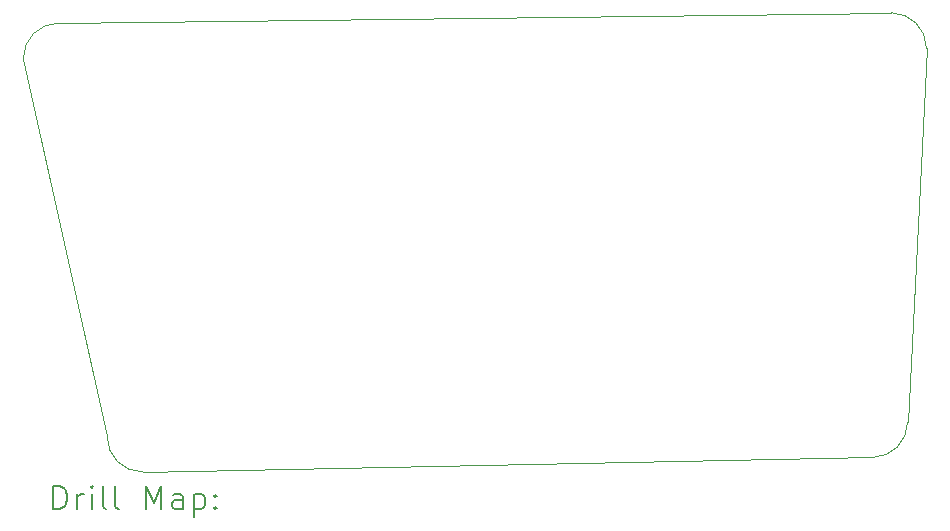
<source format=gbr>
%TF.GenerationSoftware,KiCad,Pcbnew,7.0.11-7.0.11~ubuntu22.04.1*%
%TF.CreationDate,2024-06-23T17:04:02+02:00*%
%TF.ProjectId,RaspiZeroHat_12v_v2.5c,52617370-695a-4657-926f-4861745f3132,rev?*%
%TF.SameCoordinates,Original*%
%TF.FileFunction,Drillmap*%
%TF.FilePolarity,Positive*%
%FSLAX45Y45*%
G04 Gerber Fmt 4.5, Leading zero omitted, Abs format (unit mm)*
G04 Created by KiCad (PCBNEW 7.0.11-7.0.11~ubuntu22.04.1) date 2024-06-23 17:04:02*
%MOMM*%
%LPD*%
G01*
G04 APERTURE LIST*
%ADD10C,0.100000*%
%ADD11C,0.200000*%
G04 APERTURE END LIST*
D10*
X16397868Y-10057868D02*
X10220000Y-10180000D01*
X16857868Y-6592132D02*
X16697868Y-9757868D01*
X9510000Y-6380000D02*
X16557868Y-6292132D01*
X9920000Y-9880000D02*
X9210000Y-6680000D01*
X9920000Y-9880000D02*
G75*
G03*
X10220000Y-10180000I300000J0D01*
G01*
X16397868Y-10057868D02*
G75*
G03*
X16697868Y-9757868I0J300000D01*
G01*
X16857868Y-6592132D02*
G75*
G03*
X16557868Y-6292132I-300000J0D01*
G01*
X9510000Y-6380000D02*
G75*
G03*
X9210000Y-6680000I0J-300000D01*
G01*
D11*
X9465777Y-10496484D02*
X9465777Y-10296484D01*
X9465777Y-10296484D02*
X9513396Y-10296484D01*
X9513396Y-10296484D02*
X9541967Y-10306008D01*
X9541967Y-10306008D02*
X9561015Y-10325055D01*
X9561015Y-10325055D02*
X9570539Y-10344103D01*
X9570539Y-10344103D02*
X9580063Y-10382198D01*
X9580063Y-10382198D02*
X9580063Y-10410770D01*
X9580063Y-10410770D02*
X9570539Y-10448865D01*
X9570539Y-10448865D02*
X9561015Y-10467912D01*
X9561015Y-10467912D02*
X9541967Y-10486960D01*
X9541967Y-10486960D02*
X9513396Y-10496484D01*
X9513396Y-10496484D02*
X9465777Y-10496484D01*
X9665777Y-10496484D02*
X9665777Y-10363150D01*
X9665777Y-10401246D02*
X9675301Y-10382198D01*
X9675301Y-10382198D02*
X9684824Y-10372674D01*
X9684824Y-10372674D02*
X9703872Y-10363150D01*
X9703872Y-10363150D02*
X9722920Y-10363150D01*
X9789586Y-10496484D02*
X9789586Y-10363150D01*
X9789586Y-10296484D02*
X9780063Y-10306008D01*
X9780063Y-10306008D02*
X9789586Y-10315531D01*
X9789586Y-10315531D02*
X9799110Y-10306008D01*
X9799110Y-10306008D02*
X9789586Y-10296484D01*
X9789586Y-10296484D02*
X9789586Y-10315531D01*
X9913396Y-10496484D02*
X9894348Y-10486960D01*
X9894348Y-10486960D02*
X9884824Y-10467912D01*
X9884824Y-10467912D02*
X9884824Y-10296484D01*
X10018158Y-10496484D02*
X9999110Y-10486960D01*
X9999110Y-10486960D02*
X9989586Y-10467912D01*
X9989586Y-10467912D02*
X9989586Y-10296484D01*
X10246729Y-10496484D02*
X10246729Y-10296484D01*
X10246729Y-10296484D02*
X10313396Y-10439341D01*
X10313396Y-10439341D02*
X10380063Y-10296484D01*
X10380063Y-10296484D02*
X10380063Y-10496484D01*
X10561015Y-10496484D02*
X10561015Y-10391722D01*
X10561015Y-10391722D02*
X10551491Y-10372674D01*
X10551491Y-10372674D02*
X10532444Y-10363150D01*
X10532444Y-10363150D02*
X10494348Y-10363150D01*
X10494348Y-10363150D02*
X10475301Y-10372674D01*
X10561015Y-10486960D02*
X10541967Y-10496484D01*
X10541967Y-10496484D02*
X10494348Y-10496484D01*
X10494348Y-10496484D02*
X10475301Y-10486960D01*
X10475301Y-10486960D02*
X10465777Y-10467912D01*
X10465777Y-10467912D02*
X10465777Y-10448865D01*
X10465777Y-10448865D02*
X10475301Y-10429817D01*
X10475301Y-10429817D02*
X10494348Y-10420293D01*
X10494348Y-10420293D02*
X10541967Y-10420293D01*
X10541967Y-10420293D02*
X10561015Y-10410770D01*
X10656253Y-10363150D02*
X10656253Y-10563150D01*
X10656253Y-10372674D02*
X10675301Y-10363150D01*
X10675301Y-10363150D02*
X10713396Y-10363150D01*
X10713396Y-10363150D02*
X10732444Y-10372674D01*
X10732444Y-10372674D02*
X10741967Y-10382198D01*
X10741967Y-10382198D02*
X10751491Y-10401246D01*
X10751491Y-10401246D02*
X10751491Y-10458389D01*
X10751491Y-10458389D02*
X10741967Y-10477436D01*
X10741967Y-10477436D02*
X10732444Y-10486960D01*
X10732444Y-10486960D02*
X10713396Y-10496484D01*
X10713396Y-10496484D02*
X10675301Y-10496484D01*
X10675301Y-10496484D02*
X10656253Y-10486960D01*
X10837205Y-10477436D02*
X10846729Y-10486960D01*
X10846729Y-10486960D02*
X10837205Y-10496484D01*
X10837205Y-10496484D02*
X10827682Y-10486960D01*
X10827682Y-10486960D02*
X10837205Y-10477436D01*
X10837205Y-10477436D02*
X10837205Y-10496484D01*
X10837205Y-10372674D02*
X10846729Y-10382198D01*
X10846729Y-10382198D02*
X10837205Y-10391722D01*
X10837205Y-10391722D02*
X10827682Y-10382198D01*
X10827682Y-10382198D02*
X10837205Y-10372674D01*
X10837205Y-10372674D02*
X10837205Y-10391722D01*
M02*

</source>
